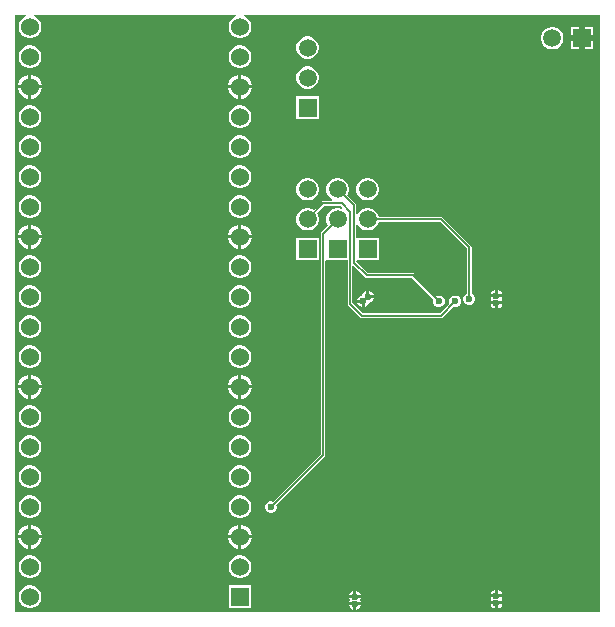
<source format=gbl>
G04*
G04 #@! TF.GenerationSoftware,Altium Limited,Altium Designer,21.5.1 (32)*
G04*
G04 Layer_Physical_Order=2*
G04 Layer_Color=16711680*
%FSLAX44Y44*%
%MOMM*%
G71*
G04*
G04 #@! TF.SameCoordinates,A6E62D76-81F8-4FAA-A2E2-D8AED4B4A1C6*
G04*
G04*
G04 #@! TF.FilePolarity,Positive*
G04*
G01*
G75*
%ADD22C,0.1270*%
%ADD25R,1.5000X1.5000*%
%ADD26C,1.5000*%
%ADD27C,1.5240*%
%ADD28R,1.5240X1.5240*%
%ADD29R,1.5000X1.5000*%
%ADD30C,0.6000*%
G36*
X497961Y2039D02*
X2039D01*
Y507961D01*
X11592D01*
X11759Y506691D01*
X11287Y506564D01*
X9093Y505298D01*
X7302Y503507D01*
X6036Y501313D01*
X5380Y498867D01*
Y496334D01*
X6036Y493887D01*
X7302Y491693D01*
X9093Y489902D01*
X11287Y488636D01*
X13734Y487980D01*
X16266D01*
X18713Y488636D01*
X20907Y489902D01*
X22698Y491693D01*
X23964Y493887D01*
X24620Y496334D01*
Y498867D01*
X23964Y501313D01*
X22698Y503507D01*
X20907Y505298D01*
X18713Y506564D01*
X18241Y506691D01*
X18408Y507961D01*
X189392D01*
X189559Y506691D01*
X189087Y506564D01*
X186893Y505298D01*
X185102Y503507D01*
X183836Y501313D01*
X183180Y498867D01*
Y496334D01*
X183836Y493887D01*
X185102Y491693D01*
X186893Y489902D01*
X189087Y488636D01*
X191534Y487980D01*
X194067D01*
X196513Y488636D01*
X198707Y489902D01*
X200498Y491693D01*
X201764Y493887D01*
X202420Y496334D01*
Y498867D01*
X201764Y501313D01*
X200498Y503507D01*
X198707Y505298D01*
X196513Y506564D01*
X196041Y506691D01*
X196208Y507961D01*
X497961D01*
X497961Y2039D01*
D02*
G37*
%LPC*%
G36*
X492100Y497500D02*
X485140D01*
Y490540D01*
X492100D01*
Y497500D01*
D02*
G37*
G36*
X480060D02*
X473100D01*
Y490540D01*
X480060D01*
Y497500D01*
D02*
G37*
G36*
X492100Y485460D02*
X485140D01*
Y478500D01*
X492100D01*
Y485460D01*
D02*
G37*
G36*
X480060D02*
X473100D01*
Y478500D01*
X480060D01*
Y485460D01*
D02*
G37*
G36*
X458451Y497500D02*
X455949D01*
X453533Y496853D01*
X451367Y495602D01*
X449598Y493833D01*
X448347Y491667D01*
X447700Y489251D01*
Y486749D01*
X448347Y484333D01*
X449598Y482167D01*
X451367Y480398D01*
X453533Y479147D01*
X455949Y478500D01*
X458451D01*
X460867Y479147D01*
X463033Y480398D01*
X464802Y482167D01*
X466053Y484333D01*
X466700Y486749D01*
Y489251D01*
X466053Y491667D01*
X464802Y493833D01*
X463033Y495602D01*
X460867Y496853D01*
X458451Y497500D01*
D02*
G37*
G36*
X251251Y489500D02*
X248749D01*
X246333Y488853D01*
X244167Y487602D01*
X242398Y485833D01*
X241147Y483667D01*
X240500Y481251D01*
Y478749D01*
X241147Y476333D01*
X242398Y474167D01*
X244167Y472398D01*
X246333Y471147D01*
X248749Y470500D01*
X251251D01*
X253667Y471147D01*
X255833Y472398D01*
X257602Y474167D01*
X258853Y476333D01*
X259500Y478749D01*
Y481251D01*
X258853Y483667D01*
X257602Y485833D01*
X255833Y487602D01*
X253667Y488853D01*
X251251Y489500D01*
D02*
G37*
G36*
X194067Y481820D02*
X191534D01*
X189087Y481164D01*
X186893Y479898D01*
X185102Y478107D01*
X183836Y475913D01*
X183180Y473466D01*
Y470933D01*
X183836Y468487D01*
X185102Y466293D01*
X186893Y464502D01*
X189087Y463236D01*
X191534Y462580D01*
X194067D01*
X196513Y463236D01*
X198707Y464502D01*
X200498Y466293D01*
X201764Y468487D01*
X202420Y470933D01*
Y473466D01*
X201764Y475913D01*
X200498Y478107D01*
X198707Y479898D01*
X196513Y481164D01*
X194067Y481820D01*
D02*
G37*
G36*
X16266D02*
X13734D01*
X11287Y481164D01*
X9093Y479898D01*
X7302Y478107D01*
X6036Y475913D01*
X5380Y473466D01*
Y470933D01*
X6036Y468487D01*
X7302Y466293D01*
X9093Y464502D01*
X11287Y463236D01*
X13734Y462580D01*
X16266D01*
X18713Y463236D01*
X20907Y464502D01*
X22698Y466293D01*
X23964Y468487D01*
X24620Y470933D01*
Y473466D01*
X23964Y475913D01*
X22698Y478107D01*
X20907Y479898D01*
X18713Y481164D01*
X16266Y481820D01*
D02*
G37*
G36*
X16338Y456960D02*
X16270D01*
Y448070D01*
X25160D01*
Y448138D01*
X24468Y450722D01*
X23130Y453038D01*
X21238Y454930D01*
X18922Y456268D01*
X16338Y456960D01*
D02*
G37*
G36*
X13730D02*
X13662D01*
X11078Y456268D01*
X8762Y454930D01*
X6870Y453038D01*
X5532Y450722D01*
X4840Y448138D01*
Y448070D01*
X13730D01*
Y456960D01*
D02*
G37*
G36*
X194138Y456960D02*
X194070D01*
Y448070D01*
X202960D01*
Y448138D01*
X202268Y450722D01*
X200930Y453038D01*
X199038Y454930D01*
X196722Y456268D01*
X194138Y456960D01*
D02*
G37*
G36*
X191530D02*
X191462D01*
X188878Y456268D01*
X186562Y454930D01*
X184670Y453038D01*
X183332Y450722D01*
X182640Y448138D01*
Y448070D01*
X191530D01*
Y456960D01*
D02*
G37*
G36*
X251251Y464100D02*
X248749D01*
X246333Y463453D01*
X244167Y462202D01*
X242398Y460433D01*
X241147Y458267D01*
X240500Y455851D01*
Y453349D01*
X241147Y450933D01*
X242398Y448767D01*
X244167Y446998D01*
X246333Y445747D01*
X248749Y445100D01*
X251251D01*
X253667Y445747D01*
X255833Y446998D01*
X257602Y448767D01*
X258853Y450933D01*
X259500Y453349D01*
Y455851D01*
X258853Y458267D01*
X257602Y460433D01*
X255833Y462202D01*
X253667Y463453D01*
X251251Y464100D01*
D02*
G37*
G36*
X25160Y445530D02*
X16270D01*
Y436640D01*
X16338D01*
X18922Y437332D01*
X21238Y438670D01*
X23130Y440562D01*
X24468Y442878D01*
X25160Y445462D01*
Y445530D01*
D02*
G37*
G36*
X13730D02*
X4840D01*
Y445462D01*
X5532Y442878D01*
X6870Y440562D01*
X8762Y438670D01*
X11078Y437332D01*
X13662Y436640D01*
X13730D01*
Y445530D01*
D02*
G37*
G36*
X202960Y445530D02*
X194070D01*
Y436640D01*
X194138D01*
X196722Y437332D01*
X199038Y438670D01*
X200930Y440562D01*
X202268Y442878D01*
X202960Y445462D01*
Y445530D01*
D02*
G37*
G36*
X191530D02*
X182640D01*
Y445462D01*
X183332Y442878D01*
X184670Y440562D01*
X186562Y438670D01*
X188878Y437332D01*
X191462Y436640D01*
X191530D01*
Y445530D01*
D02*
G37*
G36*
X259500Y438700D02*
X240500D01*
Y419700D01*
X259500D01*
Y438700D01*
D02*
G37*
G36*
X194067Y431020D02*
X191534D01*
X189087Y430364D01*
X186893Y429098D01*
X185102Y427307D01*
X183836Y425113D01*
X183180Y422667D01*
Y420134D01*
X183836Y417687D01*
X185102Y415493D01*
X186893Y413702D01*
X189087Y412436D01*
X191534Y411780D01*
X194067D01*
X196513Y412436D01*
X198707Y413702D01*
X200498Y415493D01*
X201764Y417687D01*
X202420Y420134D01*
Y422667D01*
X201764Y425113D01*
X200498Y427307D01*
X198707Y429098D01*
X196513Y430364D01*
X194067Y431020D01*
D02*
G37*
G36*
X16266D02*
X13734D01*
X11287Y430364D01*
X9093Y429098D01*
X7302Y427307D01*
X6036Y425113D01*
X5380Y422667D01*
Y420134D01*
X6036Y417687D01*
X7302Y415493D01*
X9093Y413702D01*
X11287Y412436D01*
X13734Y411780D01*
X16266D01*
X18713Y412436D01*
X20907Y413702D01*
X22698Y415493D01*
X23964Y417687D01*
X24620Y420134D01*
Y422667D01*
X23964Y425113D01*
X22698Y427307D01*
X20907Y429098D01*
X18713Y430364D01*
X16266Y431020D01*
D02*
G37*
G36*
X194067Y405620D02*
X191534D01*
X189087Y404964D01*
X186893Y403698D01*
X185102Y401907D01*
X183836Y399713D01*
X183180Y397267D01*
Y394734D01*
X183836Y392287D01*
X185102Y390093D01*
X186893Y388302D01*
X189087Y387036D01*
X191534Y386380D01*
X194067D01*
X196513Y387036D01*
X198707Y388302D01*
X200498Y390093D01*
X201764Y392287D01*
X202420Y394734D01*
Y397267D01*
X201764Y399713D01*
X200498Y401907D01*
X198707Y403698D01*
X196513Y404964D01*
X194067Y405620D01*
D02*
G37*
G36*
X16266Y405620D02*
X13734D01*
X11287Y404964D01*
X9093Y403698D01*
X7302Y401907D01*
X6036Y399713D01*
X5380Y397267D01*
Y394734D01*
X6036Y392287D01*
X7302Y390093D01*
X9093Y388302D01*
X11287Y387036D01*
X13734Y386380D01*
X16266D01*
X18713Y387036D01*
X20907Y388302D01*
X22698Y390093D01*
X23964Y392287D01*
X24620Y394734D01*
Y397267D01*
X23964Y399713D01*
X22698Y401907D01*
X20907Y403698D01*
X18713Y404964D01*
X16266Y405620D01*
D02*
G37*
G36*
Y380220D02*
X13734D01*
X11287Y379564D01*
X9093Y378298D01*
X7302Y376507D01*
X6036Y374313D01*
X5380Y371866D01*
Y369333D01*
X6036Y366887D01*
X7302Y364693D01*
X9093Y362902D01*
X11287Y361636D01*
X13734Y360980D01*
X16266D01*
X18713Y361636D01*
X20907Y362902D01*
X22698Y364693D01*
X23964Y366887D01*
X24620Y369333D01*
Y371866D01*
X23964Y374313D01*
X22698Y376507D01*
X20907Y378298D01*
X18713Y379564D01*
X16266Y380220D01*
D02*
G37*
G36*
X194067Y380220D02*
X191534D01*
X189087Y379564D01*
X186893Y378298D01*
X185102Y376507D01*
X183836Y374313D01*
X183180Y371866D01*
Y369333D01*
X183836Y366887D01*
X185102Y364693D01*
X186893Y362902D01*
X189087Y361636D01*
X191534Y360980D01*
X194067D01*
X196513Y361636D01*
X198707Y362902D01*
X200498Y364693D01*
X201764Y366887D01*
X202420Y369333D01*
Y371866D01*
X201764Y374313D01*
X200498Y376507D01*
X198707Y378298D01*
X196513Y379564D01*
X194067Y380220D01*
D02*
G37*
G36*
X302051Y369500D02*
X299549D01*
X297133Y368853D01*
X294967Y367602D01*
X293198Y365833D01*
X291947Y363667D01*
X291300Y361251D01*
Y358749D01*
X291947Y356333D01*
X293198Y354167D01*
X294967Y352398D01*
X297133Y351147D01*
X299549Y350500D01*
X302051D01*
X304467Y351147D01*
X306633Y352398D01*
X308402Y354167D01*
X309653Y356333D01*
X310300Y358749D01*
Y361251D01*
X309653Y363667D01*
X308402Y365833D01*
X306633Y367602D01*
X304467Y368853D01*
X302051Y369500D01*
D02*
G37*
G36*
X251251D02*
X248749D01*
X246333Y368853D01*
X244167Y367602D01*
X242398Y365833D01*
X241147Y363667D01*
X240500Y361251D01*
Y358749D01*
X241147Y356333D01*
X242398Y354167D01*
X244167Y352398D01*
X246333Y351147D01*
X248749Y350500D01*
X251251D01*
X253667Y351147D01*
X255833Y352398D01*
X257602Y354167D01*
X258853Y356333D01*
X259500Y358749D01*
Y361251D01*
X258853Y363667D01*
X257602Y365833D01*
X255833Y367602D01*
X253667Y368853D01*
X251251Y369500D01*
D02*
G37*
G36*
X276651D02*
X274149D01*
X271733Y368853D01*
X269567Y367602D01*
X267798Y365833D01*
X266547Y363667D01*
X265900Y361251D01*
Y358749D01*
X266547Y356333D01*
X267798Y354167D01*
X269567Y352398D01*
X270612Y351795D01*
X271049Y350104D01*
X270953Y349942D01*
X263400D01*
X262657Y349794D01*
X262027Y349373D01*
X255213Y342560D01*
X253667Y343453D01*
X251251Y344100D01*
X248749D01*
X246333Y343453D01*
X244167Y342202D01*
X242398Y340433D01*
X241147Y338267D01*
X240500Y335851D01*
Y333349D01*
X241147Y330933D01*
X242398Y328767D01*
X244167Y326998D01*
X246333Y325747D01*
X248749Y325100D01*
X251251D01*
X253667Y325747D01*
X255833Y326998D01*
X257602Y328767D01*
X258853Y330933D01*
X259500Y333349D01*
Y335851D01*
X258853Y338267D01*
X257960Y339813D01*
X264205Y346058D01*
X278195D01*
X279494Y344759D01*
X279094Y343534D01*
X278982Y343475D01*
X276651Y344100D01*
X274149D01*
X271733Y343453D01*
X269567Y342202D01*
X267798Y340433D01*
X266547Y338267D01*
X265900Y335851D01*
Y333349D01*
X266547Y330933D01*
X267440Y329387D01*
X261627Y323573D01*
X261206Y322943D01*
X261058Y322200D01*
Y135805D01*
X220884Y95631D01*
X219995Y96000D01*
X218005D01*
X216168Y95239D01*
X214761Y93832D01*
X214000Y91995D01*
Y90005D01*
X214761Y88168D01*
X216168Y86761D01*
X218005Y86000D01*
X219995D01*
X221832Y86761D01*
X223239Y88168D01*
X224000Y90005D01*
Y91995D01*
X223631Y92885D01*
X264373Y133626D01*
X264373Y133627D01*
X264795Y134257D01*
X264942Y135000D01*
X264942Y135000D01*
Y298946D01*
X265900Y299700D01*
X284058D01*
Y263000D01*
X284206Y262257D01*
X284627Y261627D01*
X294627Y251627D01*
X295257Y251206D01*
X296000Y251058D01*
X363000D01*
X363743Y251206D01*
X364373Y251627D01*
X373116Y260369D01*
X374005Y260000D01*
X375995D01*
X377832Y260761D01*
X379239Y262168D01*
X380000Y264005D01*
Y265995D01*
X379239Y267832D01*
X377832Y269239D01*
X375995Y270000D01*
X374005D01*
X372168Y269239D01*
X370761Y267832D01*
X370000Y265995D01*
Y264005D01*
X370369Y263116D01*
X362196Y254942D01*
X296805D01*
X287942Y263804D01*
Y294652D01*
X289116Y295138D01*
X298627Y285627D01*
X299257Y285206D01*
X300000Y285058D01*
X300000Y285058D01*
X338195D01*
X356369Y266884D01*
X356000Y265995D01*
Y264005D01*
X356761Y262168D01*
X358168Y260761D01*
X360005Y260000D01*
X361995D01*
X363832Y260761D01*
X365239Y262168D01*
X366000Y264005D01*
Y265995D01*
X365239Y267832D01*
X363832Y269239D01*
X361995Y270000D01*
X360005D01*
X359115Y269631D01*
X340373Y288373D01*
X339743Y288794D01*
X339000Y288942D01*
X300805D01*
X291317Y298430D01*
X291827Y299700D01*
X292226Y299700D01*
X310300D01*
Y318700D01*
X292226D01*
X291300Y318700D01*
X290956Y319827D01*
Y330111D01*
X292226Y330451D01*
X293198Y328767D01*
X294967Y326998D01*
X297133Y325747D01*
X299549Y325100D01*
X302051D01*
X304467Y325747D01*
X306633Y326998D01*
X308402Y328767D01*
X309653Y330933D01*
X310115Y332658D01*
X362595D01*
X385058Y310195D01*
Y271607D01*
X384168Y271239D01*
X382761Y269832D01*
X382000Y267995D01*
Y266005D01*
X382761Y264168D01*
X384168Y262761D01*
X386005Y262000D01*
X387995D01*
X389832Y262761D01*
X391239Y264168D01*
X392000Y266005D01*
Y267995D01*
X391239Y269832D01*
X389832Y271239D01*
X388942Y271607D01*
Y311000D01*
X388794Y311743D01*
X388373Y312373D01*
X364773Y335973D01*
X364143Y336395D01*
X363400Y336542D01*
X310115D01*
X309653Y338267D01*
X308402Y340433D01*
X306633Y342202D01*
X304467Y343453D01*
X302051Y344100D01*
X299549D01*
X297133Y343453D01*
X294967Y342202D01*
X293198Y340433D01*
X292226Y338749D01*
X290956Y339089D01*
Y346386D01*
X290808Y347130D01*
X290387Y347760D01*
X283360Y354787D01*
X284253Y356333D01*
X284900Y358749D01*
Y361251D01*
X284253Y363667D01*
X283002Y365833D01*
X281233Y367602D01*
X279067Y368853D01*
X276651Y369500D01*
D02*
G37*
G36*
X194067Y354820D02*
X191534D01*
X189087Y354164D01*
X186893Y352898D01*
X185102Y351107D01*
X183836Y348913D01*
X183180Y346466D01*
Y343933D01*
X183836Y341487D01*
X185102Y339293D01*
X186893Y337502D01*
X189087Y336236D01*
X191534Y335580D01*
X194067D01*
X196513Y336236D01*
X198707Y337502D01*
X200498Y339293D01*
X201764Y341487D01*
X202420Y343933D01*
Y346466D01*
X201764Y348913D01*
X200498Y351107D01*
X198707Y352898D01*
X196513Y354164D01*
X194067Y354820D01*
D02*
G37*
G36*
X16266D02*
X13734D01*
X11287Y354164D01*
X9093Y352898D01*
X7302Y351107D01*
X6036Y348913D01*
X5380Y346466D01*
Y343933D01*
X6036Y341487D01*
X7302Y339293D01*
X9093Y337502D01*
X11287Y336236D01*
X13734Y335580D01*
X16266D01*
X18713Y336236D01*
X20907Y337502D01*
X22698Y339293D01*
X23964Y341487D01*
X24620Y343933D01*
Y346466D01*
X23964Y348913D01*
X22698Y351107D01*
X20907Y352898D01*
X18713Y354164D01*
X16266Y354820D01*
D02*
G37*
G36*
X16338Y329960D02*
X16270D01*
Y321070D01*
X25160D01*
Y321138D01*
X24468Y323722D01*
X23130Y326038D01*
X21238Y327930D01*
X18922Y329268D01*
X16338Y329960D01*
D02*
G37*
G36*
X13730D02*
X13662D01*
X11078Y329268D01*
X8762Y327930D01*
X6870Y326038D01*
X5532Y323722D01*
X4840Y321138D01*
Y321070D01*
X13730D01*
Y329960D01*
D02*
G37*
G36*
X194138Y329960D02*
X194070D01*
Y321070D01*
X202960D01*
Y321138D01*
X202268Y323722D01*
X200930Y326038D01*
X199038Y327930D01*
X196722Y329268D01*
X194138Y329960D01*
D02*
G37*
G36*
X191530D02*
X191462D01*
X188878Y329268D01*
X186562Y327930D01*
X184670Y326038D01*
X183332Y323722D01*
X182640Y321138D01*
Y321070D01*
X191530D01*
Y329960D01*
D02*
G37*
G36*
X202960Y318530D02*
X194070D01*
Y309640D01*
X194138D01*
X196722Y310332D01*
X199038Y311670D01*
X200930Y313562D01*
X202268Y315878D01*
X202960Y318462D01*
Y318530D01*
D02*
G37*
G36*
X191530D02*
X182640D01*
Y318462D01*
X183332Y315878D01*
X184670Y313562D01*
X186562Y311670D01*
X188878Y310332D01*
X191462Y309640D01*
X191530D01*
Y318530D01*
D02*
G37*
G36*
X25160Y318530D02*
X16270D01*
Y309640D01*
X16338D01*
X18922Y310332D01*
X21238Y311670D01*
X23130Y313562D01*
X24468Y315878D01*
X25160Y318462D01*
Y318530D01*
D02*
G37*
G36*
X13730D02*
X4840D01*
Y318462D01*
X5532Y315878D01*
X6870Y313562D01*
X8762Y311670D01*
X11078Y310332D01*
X13662Y309640D01*
X13730D01*
Y318530D01*
D02*
G37*
G36*
X259500Y318700D02*
X240500D01*
Y299700D01*
X259500D01*
Y318700D01*
D02*
G37*
G36*
X194067Y304020D02*
X191534D01*
X189087Y303364D01*
X186893Y302098D01*
X185102Y300307D01*
X183836Y298113D01*
X183180Y295667D01*
Y293134D01*
X183836Y290687D01*
X185102Y288493D01*
X186893Y286702D01*
X189087Y285436D01*
X191534Y284780D01*
X194067D01*
X196513Y285436D01*
X198707Y286702D01*
X200498Y288493D01*
X201764Y290687D01*
X202420Y293134D01*
Y295667D01*
X201764Y298113D01*
X200498Y300307D01*
X198707Y302098D01*
X196513Y303364D01*
X194067Y304020D01*
D02*
G37*
G36*
X16266D02*
X13734D01*
X11287Y303364D01*
X9093Y302098D01*
X7302Y300307D01*
X6036Y298113D01*
X5380Y295667D01*
Y293134D01*
X6036Y290687D01*
X7302Y288493D01*
X9093Y286702D01*
X11287Y285436D01*
X13734Y284780D01*
X16266D01*
X18713Y285436D01*
X20907Y286702D01*
X22698Y288493D01*
X23964Y290687D01*
X24620Y293134D01*
Y295667D01*
X23964Y298113D01*
X22698Y300307D01*
X20907Y302098D01*
X18713Y303364D01*
X16266Y304020D01*
D02*
G37*
G36*
X411270Y274886D02*
Y271270D01*
X414886D01*
X414239Y272832D01*
X412832Y274239D01*
X411270Y274886D01*
D02*
G37*
G36*
X408730D02*
X407168Y274239D01*
X405761Y272832D01*
X405114Y271270D01*
X408730D01*
Y274886D01*
D02*
G37*
G36*
X302270Y273886D02*
Y270270D01*
X305886D01*
X305239Y271832D01*
X303832Y273239D01*
X302270Y273886D01*
D02*
G37*
G36*
X414886Y268730D02*
X405114D01*
X405761Y267168D01*
X405929Y267000D01*
X405761Y266832D01*
X405114Y265270D01*
X414886D01*
X414239Y266832D01*
X414071Y267000D01*
X414239Y267168D01*
X414886Y268730D01*
D02*
G37*
G36*
X299730Y273886D02*
X298168Y273239D01*
X296761Y271832D01*
X296002Y269998D01*
X294168Y269239D01*
X292761Y267832D01*
X292114Y266270D01*
X297000D01*
Y265000D01*
X298270D01*
Y260114D01*
X299832Y260761D01*
X301239Y262168D01*
X301998Y264002D01*
X303832Y264761D01*
X305239Y266168D01*
X305886Y267730D01*
X301000D01*
Y269000D01*
X299730D01*
Y273886D01*
D02*
G37*
G36*
X295730Y263730D02*
X292114D01*
X292761Y262168D01*
X294168Y260761D01*
X295730Y260114D01*
Y263730D01*
D02*
G37*
G36*
X194067Y278620D02*
X191534D01*
X189087Y277964D01*
X186893Y276698D01*
X185102Y274907D01*
X183836Y272713D01*
X183180Y270266D01*
Y267733D01*
X183836Y265287D01*
X185102Y263093D01*
X186893Y261302D01*
X189087Y260036D01*
X191534Y259380D01*
X194067D01*
X196513Y260036D01*
X198707Y261302D01*
X200498Y263093D01*
X201764Y265287D01*
X202420Y267733D01*
Y270266D01*
X201764Y272713D01*
X200498Y274907D01*
X198707Y276698D01*
X196513Y277964D01*
X194067Y278620D01*
D02*
G37*
G36*
X16266D02*
X13734D01*
X11287Y277964D01*
X9093Y276698D01*
X7302Y274907D01*
X6036Y272713D01*
X5380Y270266D01*
Y267733D01*
X6036Y265287D01*
X7302Y263093D01*
X9093Y261302D01*
X11287Y260036D01*
X13734Y259380D01*
X16266D01*
X18713Y260036D01*
X20907Y261302D01*
X22698Y263093D01*
X23964Y265287D01*
X24620Y267733D01*
Y270266D01*
X23964Y272713D01*
X22698Y274907D01*
X20907Y276698D01*
X18713Y277964D01*
X16266Y278620D01*
D02*
G37*
G36*
X414886Y262730D02*
X411270D01*
Y259114D01*
X412832Y259761D01*
X414239Y261168D01*
X414886Y262730D01*
D02*
G37*
G36*
X408730D02*
X405114D01*
X405761Y261168D01*
X407168Y259761D01*
X408730Y259114D01*
Y262730D01*
D02*
G37*
G36*
X194067Y253220D02*
X191534D01*
X189087Y252564D01*
X186893Y251298D01*
X185102Y249507D01*
X183836Y247313D01*
X183180Y244867D01*
Y242334D01*
X183836Y239887D01*
X185102Y237693D01*
X186893Y235902D01*
X189087Y234636D01*
X191534Y233980D01*
X194067D01*
X196513Y234636D01*
X198707Y235902D01*
X200498Y237693D01*
X201764Y239887D01*
X202420Y242334D01*
Y244867D01*
X201764Y247313D01*
X200498Y249507D01*
X198707Y251298D01*
X196513Y252564D01*
X194067Y253220D01*
D02*
G37*
G36*
X16266D02*
X13734D01*
X11287Y252564D01*
X9093Y251298D01*
X7302Y249507D01*
X6036Y247313D01*
X5380Y244867D01*
Y242334D01*
X6036Y239887D01*
X7302Y237693D01*
X9093Y235902D01*
X11287Y234636D01*
X13734Y233980D01*
X16266D01*
X18713Y234636D01*
X20907Y235902D01*
X22698Y237693D01*
X23964Y239887D01*
X24620Y242334D01*
Y244867D01*
X23964Y247313D01*
X22698Y249507D01*
X20907Y251298D01*
X18713Y252564D01*
X16266Y253220D01*
D02*
G37*
G36*
Y227820D02*
X13734D01*
X11287Y227164D01*
X9093Y225898D01*
X7302Y224107D01*
X6036Y221913D01*
X5380Y219466D01*
Y216933D01*
X6036Y214487D01*
X7302Y212293D01*
X9093Y210502D01*
X11287Y209236D01*
X13734Y208580D01*
X16266D01*
X18713Y209236D01*
X20907Y210502D01*
X22698Y212293D01*
X23964Y214487D01*
X24620Y216933D01*
Y219466D01*
X23964Y221913D01*
X22698Y224107D01*
X20907Y225898D01*
X18713Y227164D01*
X16266Y227820D01*
D02*
G37*
G36*
X194067Y227820D02*
X191534D01*
X189087Y227164D01*
X186893Y225898D01*
X185102Y224107D01*
X183836Y221913D01*
X183180Y219466D01*
Y216933D01*
X183836Y214487D01*
X185102Y212293D01*
X186893Y210502D01*
X189087Y209236D01*
X191534Y208580D01*
X194067D01*
X196513Y209236D01*
X198707Y210502D01*
X200498Y212293D01*
X201764Y214487D01*
X202420Y216933D01*
Y219466D01*
X201764Y221913D01*
X200498Y224107D01*
X198707Y225898D01*
X196513Y227164D01*
X194067Y227820D01*
D02*
G37*
G36*
X16338Y202960D02*
X16270D01*
Y194070D01*
X25160D01*
Y194138D01*
X24468Y196722D01*
X23130Y199038D01*
X21238Y200930D01*
X18922Y202268D01*
X16338Y202960D01*
D02*
G37*
G36*
X13730D02*
X13662D01*
X11078Y202268D01*
X8762Y200930D01*
X6870Y199038D01*
X5532Y196722D01*
X4840Y194138D01*
Y194070D01*
X13730D01*
Y202960D01*
D02*
G37*
G36*
X194138Y202960D02*
X194070D01*
Y194070D01*
X202960D01*
Y194138D01*
X202268Y196722D01*
X200930Y199038D01*
X199038Y200930D01*
X196722Y202268D01*
X194138Y202960D01*
D02*
G37*
G36*
X191530D02*
X191462D01*
X188878Y202268D01*
X186562Y200930D01*
X184670Y199038D01*
X183332Y196722D01*
X182640Y194138D01*
Y194070D01*
X191530D01*
Y202960D01*
D02*
G37*
G36*
X202960Y191530D02*
X194070D01*
Y182640D01*
X194138D01*
X196722Y183332D01*
X199038Y184670D01*
X200930Y186562D01*
X202268Y188878D01*
X202960Y191462D01*
Y191530D01*
D02*
G37*
G36*
X191530D02*
X182640D01*
Y191462D01*
X183332Y188878D01*
X184670Y186562D01*
X186562Y184670D01*
X188878Y183332D01*
X191462Y182640D01*
X191530D01*
Y191530D01*
D02*
G37*
G36*
X25160Y191530D02*
X16270D01*
Y182640D01*
X16338D01*
X18922Y183332D01*
X21238Y184670D01*
X23130Y186562D01*
X24468Y188878D01*
X25160Y191462D01*
Y191530D01*
D02*
G37*
G36*
X13730D02*
X4840D01*
Y191462D01*
X5532Y188878D01*
X6870Y186562D01*
X8762Y184670D01*
X11078Y183332D01*
X13662Y182640D01*
X13730D01*
Y191530D01*
D02*
G37*
G36*
X194067Y177020D02*
X191534D01*
X189087Y176364D01*
X186893Y175098D01*
X185102Y173307D01*
X183836Y171113D01*
X183180Y168666D01*
Y166133D01*
X183836Y163687D01*
X185102Y161493D01*
X186893Y159702D01*
X189087Y158436D01*
X191534Y157780D01*
X194067D01*
X196513Y158436D01*
X198707Y159702D01*
X200498Y161493D01*
X201764Y163687D01*
X202420Y166133D01*
Y168666D01*
X201764Y171113D01*
X200498Y173307D01*
X198707Y175098D01*
X196513Y176364D01*
X194067Y177020D01*
D02*
G37*
G36*
X16266D02*
X13734D01*
X11287Y176364D01*
X9093Y175098D01*
X7302Y173307D01*
X6036Y171113D01*
X5380Y168666D01*
Y166133D01*
X6036Y163687D01*
X7302Y161493D01*
X9093Y159702D01*
X11287Y158436D01*
X13734Y157780D01*
X16266D01*
X18713Y158436D01*
X20907Y159702D01*
X22698Y161493D01*
X23964Y163687D01*
X24620Y166133D01*
Y168666D01*
X23964Y171113D01*
X22698Y173307D01*
X20907Y175098D01*
X18713Y176364D01*
X16266Y177020D01*
D02*
G37*
G36*
Y151620D02*
X13734D01*
X11287Y150964D01*
X9093Y149698D01*
X7302Y147907D01*
X6036Y145713D01*
X5380Y143266D01*
Y140733D01*
X6036Y138287D01*
X7302Y136093D01*
X9093Y134302D01*
X11287Y133036D01*
X13734Y132380D01*
X16266D01*
X18713Y133036D01*
X20907Y134302D01*
X22698Y136093D01*
X23964Y138287D01*
X24620Y140733D01*
Y143266D01*
X23964Y145713D01*
X22698Y147907D01*
X20907Y149698D01*
X18713Y150964D01*
X16266Y151620D01*
D02*
G37*
G36*
X194067Y151620D02*
X191534D01*
X189087Y150964D01*
X186893Y149698D01*
X185102Y147907D01*
X183836Y145713D01*
X183180Y143266D01*
Y140733D01*
X183836Y138287D01*
X185102Y136093D01*
X186893Y134302D01*
X189087Y133036D01*
X191534Y132380D01*
X194067D01*
X196513Y133036D01*
X198707Y134302D01*
X200498Y136093D01*
X201764Y138287D01*
X202420Y140733D01*
Y143266D01*
X201764Y145713D01*
X200498Y147907D01*
X198707Y149698D01*
X196513Y150964D01*
X194067Y151620D01*
D02*
G37*
G36*
Y126220D02*
X191534D01*
X189087Y125564D01*
X186893Y124298D01*
X185102Y122507D01*
X183836Y120313D01*
X183180Y117866D01*
Y115333D01*
X183836Y112887D01*
X185102Y110693D01*
X186893Y108902D01*
X189087Y107636D01*
X191534Y106980D01*
X194067D01*
X196513Y107636D01*
X198707Y108902D01*
X200498Y110693D01*
X201764Y112887D01*
X202420Y115333D01*
Y117866D01*
X201764Y120313D01*
X200498Y122507D01*
X198707Y124298D01*
X196513Y125564D01*
X194067Y126220D01*
D02*
G37*
G36*
X16266D02*
X13734D01*
X11287Y125564D01*
X9093Y124298D01*
X7302Y122507D01*
X6036Y120313D01*
X5380Y117866D01*
Y115333D01*
X6036Y112887D01*
X7302Y110693D01*
X9093Y108902D01*
X11287Y107636D01*
X13734Y106980D01*
X16266D01*
X18713Y107636D01*
X20907Y108902D01*
X22698Y110693D01*
X23964Y112887D01*
X24620Y115333D01*
Y117866D01*
X23964Y120313D01*
X22698Y122507D01*
X20907Y124298D01*
X18713Y125564D01*
X16266Y126220D01*
D02*
G37*
G36*
X194067Y100820D02*
X191534D01*
X189087Y100164D01*
X186893Y98898D01*
X185102Y97107D01*
X183836Y94913D01*
X183180Y92466D01*
Y89934D01*
X183836Y87487D01*
X185102Y85293D01*
X186893Y83502D01*
X189087Y82236D01*
X191534Y81580D01*
X194067D01*
X196513Y82236D01*
X198707Y83502D01*
X200498Y85293D01*
X201764Y87487D01*
X202420Y89934D01*
Y92466D01*
X201764Y94913D01*
X200498Y97107D01*
X198707Y98898D01*
X196513Y100164D01*
X194067Y100820D01*
D02*
G37*
G36*
X16266Y100820D02*
X13734D01*
X11287Y100164D01*
X9093Y98898D01*
X7302Y97107D01*
X6036Y94913D01*
X5380Y92466D01*
Y89934D01*
X6036Y87487D01*
X7302Y85293D01*
X9093Y83502D01*
X11287Y82236D01*
X13734Y81580D01*
X16266D01*
X18713Y82236D01*
X20907Y83502D01*
X22698Y85293D01*
X23964Y87487D01*
X24620Y89934D01*
Y92466D01*
X23964Y94913D01*
X22698Y97107D01*
X20907Y98898D01*
X18713Y100164D01*
X16266Y100820D01*
D02*
G37*
G36*
X194138Y75960D02*
X194070D01*
Y67070D01*
X202960D01*
Y67138D01*
X202268Y69722D01*
X200930Y72038D01*
X199038Y73930D01*
X196722Y75268D01*
X194138Y75960D01*
D02*
G37*
G36*
X16338D02*
X16270D01*
Y67070D01*
X25160D01*
Y67138D01*
X24468Y69722D01*
X23130Y72038D01*
X21238Y73930D01*
X18922Y75268D01*
X16338Y75960D01*
D02*
G37*
G36*
X191530D02*
X191462D01*
X188878Y75268D01*
X186562Y73930D01*
X184670Y72038D01*
X183332Y69722D01*
X182640Y67138D01*
Y67070D01*
X191530D01*
Y75960D01*
D02*
G37*
G36*
X13730D02*
X13662D01*
X11078Y75268D01*
X8762Y73930D01*
X6870Y72038D01*
X5532Y69722D01*
X4840Y67138D01*
Y67070D01*
X13730D01*
Y75960D01*
D02*
G37*
G36*
X202960Y64530D02*
X194070D01*
Y55640D01*
X194138D01*
X196722Y56332D01*
X199038Y57670D01*
X200930Y59562D01*
X202268Y61878D01*
X202960Y64462D01*
Y64530D01*
D02*
G37*
G36*
X191530D02*
X182640D01*
Y64462D01*
X183332Y61878D01*
X184670Y59562D01*
X186562Y57670D01*
X188878Y56332D01*
X191462Y55640D01*
X191530D01*
Y64530D01*
D02*
G37*
G36*
X25160D02*
X16270D01*
Y55640D01*
X16338D01*
X18922Y56332D01*
X21238Y57670D01*
X23130Y59562D01*
X24468Y61878D01*
X25160Y64462D01*
Y64530D01*
D02*
G37*
G36*
X13730D02*
X4840D01*
Y64462D01*
X5532Y61878D01*
X6870Y59562D01*
X8762Y57670D01*
X11078Y56332D01*
X13662Y55640D01*
X13730D01*
Y64530D01*
D02*
G37*
G36*
X194067Y50020D02*
X191534D01*
X189087Y49364D01*
X186893Y48098D01*
X185102Y46307D01*
X183836Y44113D01*
X183180Y41666D01*
Y39134D01*
X183836Y36687D01*
X185102Y34493D01*
X186893Y32702D01*
X189087Y31436D01*
X191534Y30780D01*
X194067D01*
X196513Y31436D01*
X198707Y32702D01*
X200498Y34493D01*
X201764Y36687D01*
X202420Y39134D01*
Y41666D01*
X201764Y44113D01*
X200498Y46307D01*
X198707Y48098D01*
X196513Y49364D01*
X194067Y50020D01*
D02*
G37*
G36*
X16266Y50020D02*
X13734D01*
X11287Y49364D01*
X9093Y48098D01*
X7302Y46307D01*
X6036Y44113D01*
X5380Y41666D01*
Y39134D01*
X6036Y36687D01*
X7302Y34493D01*
X9093Y32702D01*
X11287Y31436D01*
X13734Y30780D01*
X16266D01*
X18713Y31436D01*
X20907Y32702D01*
X22698Y34493D01*
X23964Y36687D01*
X24620Y39134D01*
Y41666D01*
X23964Y44113D01*
X22698Y46307D01*
X20907Y48098D01*
X18713Y49364D01*
X16266Y50020D01*
D02*
G37*
G36*
X411270Y20886D02*
Y17270D01*
X414886D01*
X414239Y18832D01*
X412832Y20239D01*
X411270Y20886D01*
D02*
G37*
G36*
X408730D02*
X407168Y20239D01*
X405761Y18832D01*
X405114Y17270D01*
X408730D01*
Y20886D01*
D02*
G37*
G36*
X291270Y19886D02*
Y16270D01*
X294886D01*
X294239Y17832D01*
X292832Y19239D01*
X291270Y19886D01*
D02*
G37*
G36*
X288730D02*
X287168Y19239D01*
X285761Y17832D01*
X285114Y16270D01*
X288730D01*
Y19886D01*
D02*
G37*
G36*
X414886Y14730D02*
X405114D01*
X405761Y13168D01*
X405929Y13000D01*
X405761Y12832D01*
X405114Y11270D01*
X414886D01*
X414239Y12832D01*
X414071Y13000D01*
X414239Y13168D01*
X414886Y14730D01*
D02*
G37*
G36*
X294886Y13730D02*
X285114D01*
X285761Y12168D01*
X285929Y12000D01*
X285761Y11832D01*
X285114Y10270D01*
X294886D01*
X294239Y11832D01*
X294071Y12000D01*
X294239Y12168D01*
X294886Y13730D01*
D02*
G37*
G36*
X202420Y24620D02*
X183180D01*
Y5380D01*
X202420D01*
Y24620D01*
D02*
G37*
G36*
X16266D02*
X13734D01*
X11287Y23964D01*
X9093Y22698D01*
X7302Y20907D01*
X6036Y18713D01*
X5380Y16266D01*
Y13734D01*
X6036Y11287D01*
X7302Y9093D01*
X9093Y7302D01*
X11287Y6036D01*
X13734Y5380D01*
X16266D01*
X18713Y6036D01*
X20907Y7302D01*
X22698Y9093D01*
X23964Y11287D01*
X24620Y13734D01*
Y16266D01*
X23964Y18713D01*
X22698Y20907D01*
X20907Y22698D01*
X18713Y23964D01*
X16266Y24620D01*
D02*
G37*
G36*
X414886Y8730D02*
X411270D01*
Y5114D01*
X412832Y5761D01*
X414239Y7168D01*
X414886Y8730D01*
D02*
G37*
G36*
X408730D02*
X405114D01*
X405761Y7168D01*
X407168Y5761D01*
X408730Y5114D01*
Y8730D01*
D02*
G37*
G36*
X294886Y7730D02*
X291270D01*
Y4114D01*
X292832Y4761D01*
X294239Y6168D01*
X294886Y7730D01*
D02*
G37*
G36*
X288730D02*
X285114D01*
X285761Y6168D01*
X287168Y4761D01*
X288730Y4114D01*
Y7730D01*
D02*
G37*
%LPD*%
D22*
X263400Y348000D02*
X279000D01*
X250000Y334600D02*
X263400Y348000D01*
X279000D02*
X286000Y341000D01*
Y263000D02*
Y341000D01*
Y263000D02*
X296000Y253000D01*
X363000D01*
X375000Y265000D01*
X275400Y360000D02*
X289014Y346386D01*
Y297987D02*
Y346386D01*
Y297987D02*
X300000Y287000D01*
X339000D01*
X361000Y265000D01*
X387000Y267000D02*
Y311000D01*
X363400Y334600D02*
X387000Y311000D01*
X263000Y322200D02*
X275400Y334600D01*
X263000Y135000D02*
Y322200D01*
X219000Y91000D02*
X263000Y135000D01*
X300800Y334600D02*
X363400D01*
D25*
X250000Y429200D02*
D03*
Y309200D02*
D03*
X275400D02*
D03*
X300800D02*
D03*
D26*
X250000Y454600D02*
D03*
Y480000D02*
D03*
Y334600D02*
D03*
Y360000D02*
D03*
X275400Y334600D02*
D03*
Y360000D02*
D03*
X457200Y488000D02*
D03*
X300800Y334600D02*
D03*
Y360000D02*
D03*
D27*
X15000Y15000D02*
D03*
Y40400D02*
D03*
Y65800D02*
D03*
Y91200D02*
D03*
Y116600D02*
D03*
Y142000D02*
D03*
Y167400D02*
D03*
Y192800D02*
D03*
Y218200D02*
D03*
Y243600D02*
D03*
X15000Y269000D02*
D03*
X15000Y294400D02*
D03*
Y319800D02*
D03*
Y345200D02*
D03*
Y370600D02*
D03*
Y396000D02*
D03*
Y421400D02*
D03*
Y446800D02*
D03*
Y472200D02*
D03*
X15000Y497600D02*
D03*
X192800D02*
D03*
Y472200D02*
D03*
Y446800D02*
D03*
Y421400D02*
D03*
Y396000D02*
D03*
Y370600D02*
D03*
Y345200D02*
D03*
Y319800D02*
D03*
Y294400D02*
D03*
Y269000D02*
D03*
Y243600D02*
D03*
Y218200D02*
D03*
Y192800D02*
D03*
Y167400D02*
D03*
Y142000D02*
D03*
Y116600D02*
D03*
Y91200D02*
D03*
Y65800D02*
D03*
Y40400D02*
D03*
D28*
Y15000D02*
D03*
D29*
X482600Y488000D02*
D03*
D30*
X375000Y265000D02*
D03*
X361000D02*
D03*
X387000Y267000D02*
D03*
X290000Y15000D02*
D03*
X410000Y16000D02*
D03*
Y264000D02*
D03*
X297000Y265000D02*
D03*
X410000Y270000D02*
D03*
X301000Y269000D02*
D03*
X290000Y9000D02*
D03*
X410000Y10000D02*
D03*
X219000Y91000D02*
D03*
M02*

</source>
